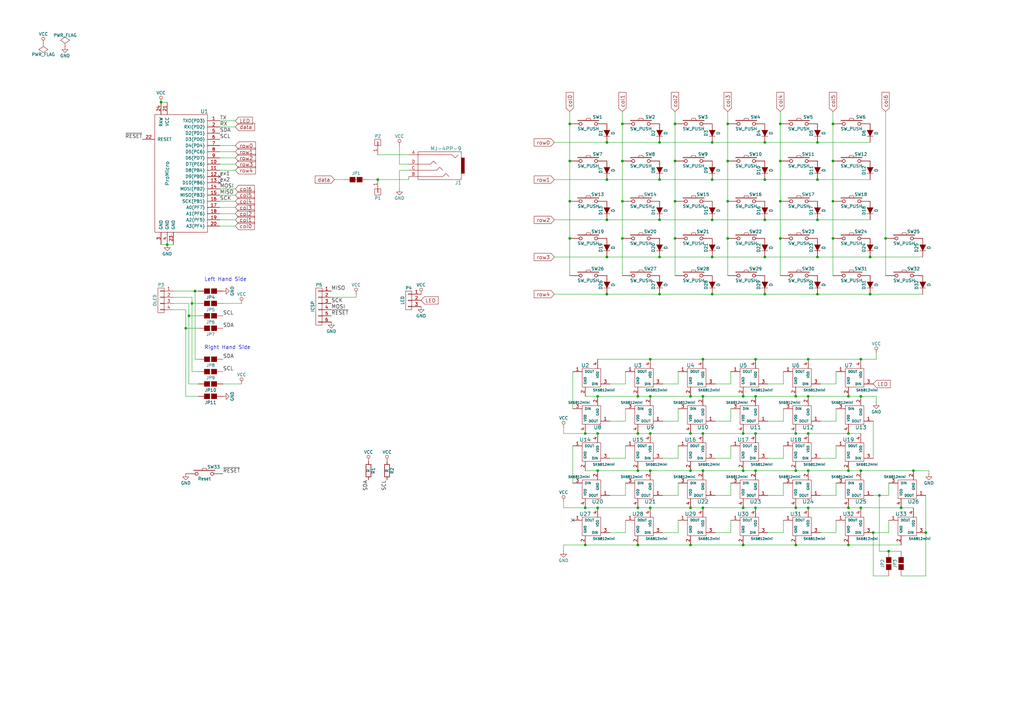
<source format=kicad_sch>
(kicad_sch (version 20230121) (generator eeschema)
  (paper "A3")
  (title_block (title "Helix beta") (date "2017-11-5") (rev "v0.2"))
  (junction (at 288.29 162.56))
  (junction (at 347.98 162.56))
  (junction (at 298.45 82.55))
  (junction (at 341.63 82.55))
  (junction (at 313.69 73.66))
  (junction (at 320.04 66.04))
  (junction (at 255.27 66.04))
  (junction (at 283.21 223.52))
  (junction (at 261.62 162.56))
  (junction (at 358.14 218.44))
  (junction (at 240.03 223.52))
  (junction (at 248.92 105.41))
  (junction (at 335.28 73.66))
  (junction (at 248.92 58.42))
  (junction (at 298.45 66.04))
  (junction (at 76.2 134.62))
  (junction (at 288.29 208.28))
  (junction (at 353.06 147.32))
  (junction (at 353.06 193.04))
  (junction (at 360.68 203.2))
  (junction (at 255.27 50.8))
  (junction (at 288.29 193.04))
  (junction (at 283.21 193.04))
  (junction (at 341.63 97.79))
  (junction (at 292.1 58.42))
  (junction (at 261.62 193.04))
  (junction (at 309.88 162.56))
  (junction (at 304.8 162.56))
  (junction (at 233.68 82.55))
  (junction (at 313.69 90.17))
  (junction (at 304.8 223.52))
  (junction (at 298.45 97.79))
  (junction (at 270.51 58.42))
  (junction (at 326.39 208.28))
  (junction (at 326.39 223.52))
  (junction (at 248.92 73.66))
  (junction (at 320.04 97.79))
  (junction (at 320.04 50.8))
  (junction (at 233.68 97.79))
  (junction (at 331.47 147.32))
  (junction (at 255.27 97.79))
  (junction (at 240.03 177.8))
  (junction (at 347.98 208.28))
  (junction (at 270.51 105.41))
  (junction (at 363.22 97.79))
  (junction (at 292.1 90.17))
  (junction (at 326.39 193.04))
  (junction (at 331.47 208.28))
  (junction (at 331.47 193.04))
  (junction (at 335.28 120.65))
  (junction (at 283.21 177.8))
  (junction (at 276.86 82.55))
  (junction (at 283.21 162.56))
  (junction (at 80.01 119.38))
  (junction (at 276.86 97.79))
  (junction (at 292.1 105.41))
  (junction (at 309.88 193.04))
  (junction (at 261.62 223.52))
  (junction (at 276.86 66.04))
  (junction (at 364.49 226.06))
  (junction (at 353.06 162.56))
  (junction (at 288.29 147.32))
  (junction (at 356.87 105.41))
  (junction (at 240.03 208.28))
  (junction (at 335.28 105.41))
  (junction (at 326.39 177.8))
  (junction (at 288.29 177.8))
  (junction (at 304.8 177.8))
  (junction (at 335.28 90.17))
  (junction (at 313.69 120.65))
  (junction (at 313.69 105.41))
  (junction (at 298.45 50.8))
  (junction (at 292.1 120.65))
  (junction (at 347.98 223.52))
  (junction (at 66.04 41.91))
  (junction (at 245.11 193.04))
  (junction (at 270.51 73.66))
  (junction (at 245.11 162.56))
  (junction (at 347.98 193.04))
  (junction (at 341.63 50.8))
  (junction (at 374.65 193.04))
  (junction (at 320.04 82.55))
  (junction (at 335.28 58.42))
  (junction (at 245.11 208.28))
  (junction (at 379.73 218.44))
  (junction (at 309.88 147.32))
  (junction (at 276.86 50.8))
  (junction (at 331.47 177.8))
  (junction (at 309.88 208.28))
  (junction (at 77.47 129.54))
  (junction (at 266.7 193.04))
  (junction (at 233.68 50.8))
  (junction (at 283.21 208.28))
  (junction (at 270.51 120.65))
  (junction (at 266.7 177.8))
  (junction (at 233.68 66.04))
  (junction (at 292.1 73.66))
  (junction (at 261.62 177.8))
  (junction (at 304.8 208.28))
  (junction (at 261.62 208.28))
  (junction (at 245.11 177.8))
  (junction (at 356.87 120.65))
  (junction (at 270.51 90.17))
  (junction (at 266.7 147.32))
  (junction (at 369.57 208.28))
  (junction (at 255.27 82.55))
  (junction (at 353.06 208.28))
  (junction (at 309.88 177.8))
  (junction (at 326.39 162.56))
  (junction (at 248.92 90.17))
  (junction (at 248.92 120.65))
  (junction (at 304.8 193.04))
  (junction (at 341.63 66.04))
  (junction (at 78.74 124.46))
  (junction (at 68.58 100.33))
  (junction (at 266.7 208.28))
  (junction (at 347.98 177.8))
  (junction (at 154.94 73.66))
  (junction (at 313.69 58.42))
  (junction (at 266.7 162.56))
  (junction (at 331.47 162.56))
  (no_connect (at 234.95 213.36))
  (no_connect (at 90.17 72.39))
  (no_connect (at 90.17 74.93))
  (wire (pts (xy 270.51 73.66) (xy 292.1 73.66)))
  (wire (pts (xy 256.54 182.88) (xy 256.54 187.96)))
  (wire (pts (xy 278.13 203.2) (xy 278.13 198.12)))
  (wire (pts (xy 90.17 85.09) (xy 96.52 85.09)))
  (wire (pts (xy 299.72 172.72) (xy 299.72 167.64)))
  (wire (pts (xy 231.14 208.28) (xy 240.03 208.28)))
  (wire (pts (xy 276.86 45.72) (xy 276.86 50.8)))
  (wire (pts (xy 163.83 67.31) (xy 167.64 67.31)))
  (wire (pts (xy 331.47 193.04) (xy 347.98 193.04)))
  (wire (pts (xy 245.11 193.04) (xy 261.62 193.04)))
  (wire (pts (xy 90.17 59.69) (xy 96.52 59.69)))
  (wire (pts (xy 299.72 152.4) (xy 299.72 157.48)))
  (wire (pts (xy 347.98 162.56) (xy 353.06 162.56)))
  (wire (pts (xy 321.31 152.4) (xy 321.31 157.48)))
  (wire (pts (xy 278.13 187.96) (xy 271.78 187.96)))
  (wire (pts (xy 342.9 203.2) (xy 342.9 198.12)))
  (wire (pts (xy 364.49 218.44) (xy 358.14 218.44)))
  (wire (pts (xy 314.96 172.72) (xy 321.31 172.72)))
  (wire (pts (xy 381 193.04) (xy 381 194.31)))
  (wire (pts (xy 326.39 162.56) (xy 331.47 162.56)))
  (wire (pts (xy 240.03 223.52) (xy 261.62 223.52)))
  (wire (pts (xy 335.28 120.65) (xy 356.87 120.65)))
  (wire (pts (xy 245.11 177.8) (xy 261.62 177.8)))
  (wire (pts (xy 326.39 177.8) (xy 331.47 177.8)))
  (wire (pts (xy 320.04 45.72) (xy 320.04 50.8)))
  (wire (pts (xy 341.63 45.72) (xy 341.63 50.8)))
  (wire (pts (xy 256.54 157.48) (xy 250.19 157.48)))
  (wire (pts (xy 288.29 208.28) (xy 304.8 208.28)))
  (wire (pts (xy 234.95 167.64) (xy 234.95 152.4)))
  (wire (pts (xy 369.57 208.28) (xy 374.65 208.28)))
  (wire (pts (xy 313.69 73.66) (xy 335.28 73.66)))
  (wire (pts (xy 240.03 162.56) (xy 245.11 162.56)))
  (wire (pts (xy 163.83 59.69) (xy 163.83 67.31)))
  (wire (pts (xy 255.27 97.79) (xy 255.27 113.03)))
  (wire (pts (xy 364.49 203.2) (xy 364.49 198.12)))
  (wire (pts (xy 231.14 177.8) (xy 240.03 177.8)))
  (wire (pts (xy 233.68 82.55) (xy 233.68 97.79)))
  (wire (pts (xy 360.68 226.06) (xy 364.49 226.06)))
  (wire (pts (xy 335.28 58.42) (xy 356.87 58.42)))
  (wire (pts (xy 304.8 193.04) (xy 309.88 193.04)))
  (wire (pts (xy 266.7 193.04) (xy 283.21 193.04)))
  (wire (pts (xy 364.49 213.36) (xy 364.49 218.44)))
  (wire (pts (xy 248.92 120.65) (xy 270.51 120.65)))
  (wire (pts (xy 363.22 97.79) (xy 363.22 113.03)))
  (wire (pts (xy 320.04 66.04) (xy 320.04 82.55)))
  (wire (pts (xy 278.13 213.36) (xy 278.13 218.44)))
  (wire (pts (xy 299.72 187.96) (xy 293.37 187.96)))
  (wire (pts (xy 360.68 203.2) (xy 364.49 203.2)))
  (wire (pts (xy 321.31 172.72) (xy 321.31 167.64)))
  (wire (pts (xy 271.78 172.72) (xy 278.13 172.72)))
  (wire (pts (xy 288.29 147.32) (xy 309.88 147.32)))
  (wire (pts (xy 240.03 193.04) (xy 245.11 193.04)))
  (wire (pts (xy 256.54 172.72) (xy 256.54 167.64)))
  (wire (pts (xy 299.72 218.44) (xy 293.37 218.44)))
  (wire (pts (xy 336.55 172.72) (xy 342.9 172.72)))
  (wire (pts (xy 81.28 124.46) (xy 78.74 124.46)))
  (wire (pts (xy 255.27 45.72) (xy 255.27 50.8)))
  (wire (pts (xy 81.28 134.62) (xy 76.2 134.62)))
  (wire (pts (xy 342.9 182.88) (xy 342.9 187.96)))
  (wire (pts (xy 320.04 50.8) (xy 320.04 66.04)))
  (wire (pts (xy 240.03 177.8) (xy 245.11 177.8)))
  (wire (pts (xy 292.1 58.42) (xy 313.69 58.42)))
  (wire (pts (xy 321.31 218.44) (xy 314.96 218.44)))
  (wire (pts (xy 353.06 147.32) (xy 359.41 147.32)))
  (wire (pts (xy 163.83 69.85) (xy 167.64 69.85)))
  (wire (pts (xy 140.97 73.66) (xy 137.16 73.66)))
  (wire (pts (xy 266.7 208.28) (xy 283.21 208.28)))
  (wire (pts (xy 78.74 121.92) (xy 78.74 124.46)))
  (wire (pts (xy 320.04 82.55) (xy 320.04 97.79)))
  (wire (pts (xy 283.21 177.8) (xy 288.29 177.8)))
  (wire (pts (xy 313.69 90.17) (xy 335.28 90.17)))
  (wire (pts (xy 326.39 193.04) (xy 331.47 193.04)))
  (wire (pts (xy 336.55 203.2) (xy 342.9 203.2)))
  (wire (pts (xy 256.54 213.36) (xy 256.54 218.44)))
  (wire (pts (xy 250.19 203.2) (xy 256.54 203.2)))
  (wire (pts (xy 91.44 157.48) (xy 99.06 157.48)))
  (wire (pts (xy 341.63 97.79) (xy 341.63 113.03)))
  (wire (pts (xy 233.68 45.72) (xy 233.68 50.8)))
  (wire (pts (xy 331.47 162.56) (xy 347.98 162.56)))
  (wire (pts (xy 342.9 213.36) (xy 342.9 218.44)))
  (wire (pts (xy 76.2 134.62) (xy 76.2 162.56)))
  (wire (pts (xy 283.21 208.28) (xy 288.29 208.28)))
  (wire (pts (xy 309.88 147.32) (xy 331.47 147.32)))
  (wire (pts (xy 91.44 124.46) (xy 99.06 124.46)))
  (wire (pts (xy 379.73 218.44) (xy 379.73 236.22)))
  (wire (pts (xy 77.47 157.48) (xy 81.28 157.48)))
  (wire (pts (xy 233.68 97.79) (xy 233.68 113.03)))
  (wire (pts (xy 234.95 182.88) (xy 234.95 198.12)))
  (wire (pts (xy 248.92 105.41) (xy 270.51 105.41)))
  (wire (pts (xy 283.21 223.52) (xy 304.8 223.52)))
  (wire (pts (xy 163.83 77.47) (xy 163.83 69.85)))
  (wire (pts (xy 342.9 157.48) (xy 336.55 157.48)))
  (wire (pts (xy 81.28 129.54) (xy 77.47 129.54)))
  (wire (pts (xy 299.72 213.36) (xy 299.72 218.44)))
  (wire (pts (xy 304.8 208.28) (xy 309.88 208.28)))
  (wire (pts (xy 293.37 203.2) (xy 299.72 203.2)))
  (wire (pts (xy 313.69 105.41) (xy 335.28 105.41)))
  (wire (pts (xy 80.01 147.32) (xy 80.01 119.38)))
  (wire (pts (xy 227.33 105.41) (xy 248.92 105.41)))
  (wire (pts (xy 231.14 208.28) (xy 231.14 205.74)))
  (wire (pts (xy 81.28 147.32) (xy 80.01 147.32)))
  (wire (pts (xy 353.06 208.28) (xy 369.57 208.28)))
  (wire (pts (xy 266.7 162.56) (xy 283.21 162.56)))
  (wire (pts (xy 90.17 87.63) (xy 96.52 87.63)))
  (wire (pts (xy 292.1 73.66) (xy 313.69 73.66)))
  (wire (pts (xy 270.51 120.65) (xy 292.1 120.65)))
  (wire (pts (xy 227.33 58.42) (xy 248.92 58.42)))
  (wire (pts (xy 256.54 187.96) (xy 250.19 187.96)))
  (wire (pts (xy 270.51 105.41) (xy 292.1 105.41)))
  (wire (pts (xy 71.12 119.38) (xy 80.01 119.38)))
  (wire (pts (xy 227.33 120.65) (xy 248.92 120.65)))
  (wire (pts (xy 271.78 203.2) (xy 278.13 203.2)))
  (wire (pts (xy 359.41 162.56) (xy 359.41 165.1)))
  (wire (pts (xy 90.17 69.85) (xy 96.52 69.85)))
  (wire (pts (xy 270.51 58.42) (xy 292.1 58.42)))
  (wire (pts (xy 233.68 66.04) (xy 233.68 82.55)))
  (wire (pts (xy 261.62 223.52) (xy 283.21 223.52)))
  (wire (pts (xy 347.98 223.52) (xy 369.57 223.52)))
  (wire (pts (xy 299.72 203.2) (xy 299.72 198.12)))
  (wire (pts (xy 71.12 124.46) (xy 77.47 124.46)))
  (wire (pts (xy 288.29 193.04) (xy 304.8 193.04)))
  (wire (pts (xy 278.13 152.4) (xy 278.13 157.48)))
  (wire (pts (xy 266.7 177.8) (xy 283.21 177.8)))
  (wire (pts (xy 358.14 172.72) (xy 358.14 187.96)))
  (wire (pts (xy 248.92 58.42) (xy 270.51 58.42)))
  (wire (pts (xy 309.88 177.8) (xy 326.39 177.8)))
  (wire (pts (xy 90.17 92.71) (xy 96.52 92.71)))
  (wire (pts (xy 255.27 50.8) (xy 255.27 66.04)))
  (wire (pts (xy 96.52 62.23) (xy 90.17 62.23)))
  (wire (pts (xy 360.68 203.2) (xy 360.68 226.06)))
  (wire (pts (xy 154.94 73.66) (xy 167.64 73.66)))
  (wire (pts (xy 364.49 236.22) (xy 358.14 236.22)))
  (wire (pts (xy 154.94 63.5) (xy 167.64 63.5)))
  (wire (pts (xy 304.8 223.52) (xy 326.39 223.52)))
  (wire (pts (xy 245.11 162.56) (xy 261.62 162.56)))
  (wire (pts (xy 66.04 100.33) (xy 68.58 100.33)))
  (wire (pts (xy 233.68 50.8) (xy 233.68 66.04)))
  (wire (pts (xy 240.03 208.28) (xy 245.11 208.28)))
  (wire (pts (xy 358.14 203.2) (xy 360.68 203.2)))
  (wire (pts (xy 359.41 147.32) (xy 359.41 144.78)))
  (wire (pts (xy 90.17 90.17) (xy 96.52 90.17)))
  (wire (pts (xy 304.8 162.56) (xy 309.88 162.56)))
  (wire (pts (xy 255.27 66.04) (xy 255.27 82.55)))
  (wire (pts (xy 321.31 187.96) (xy 314.96 187.96)))
  (wire (pts (xy 313.69 120.65) (xy 335.28 120.65)))
  (wire (pts (xy 379.73 203.2) (xy 379.73 218.44)))
  (wire (pts (xy 278.13 182.88) (xy 278.13 187.96)))
  (wire (pts (xy 335.28 90.17) (xy 356.87 90.17)))
  (wire (pts (xy 293.37 172.72) (xy 299.72 172.72)))
  (wire (pts (xy 335.28 105.41) (xy 356.87 105.41)))
  (wire (pts (xy 358.14 236.22) (xy 358.14 218.44)))
  (wire (pts (xy 256.54 218.44) (xy 250.19 218.44)))
  (wire (pts (xy 364.49 226.06) (xy 369.57 226.06)))
  (wire (pts (xy 231.14 177.8) (xy 231.14 175.26)))
  (wire (pts (xy 256.54 203.2) (xy 256.54 198.12)))
  (wire (pts (xy 68.58 100.33) (xy 71.12 100.33)))
  (wire (pts (xy 276.86 82.55) (xy 276.86 97.79)))
  (wire (pts (xy 231.14 223.52) (xy 231.14 226.06)))
  (wire (pts (xy 342.9 152.4) (xy 342.9 157.48)))
  (wire (pts (xy 245.11 208.28) (xy 261.62 208.28)))
  (wire (pts (xy 261.62 177.8) (xy 266.7 177.8)))
  (wire (pts (xy 309.88 208.28) (xy 326.39 208.28)))
  (wire (pts (xy 347.98 208.28) (xy 353.06 208.28)))
  (wire (pts (xy 321.31 157.48) (xy 314.96 157.48)))
  (wire (pts (xy 248.92 73.66) (xy 270.51 73.66)))
  (wire (pts (xy 374.65 193.04) (xy 381 193.04)))
  (wire (pts (xy 248.92 90.17) (xy 270.51 90.17)))
  (wire (pts (xy 135.89 121.92) (xy 146.05 121.92)))
  (wire (pts (xy 227.33 73.66) (xy 248.92 73.66)))
  (wire (pts (xy 347.98 193.04) (xy 353.06 193.04)))
  (wire (pts (xy 288.29 177.8) (xy 304.8 177.8)))
  (wire (pts (xy 331.47 208.28) (xy 347.98 208.28)))
  (wire (pts (xy 314.96 203.2) (xy 321.31 203.2)))
  (wire (pts (xy 80.01 119.38) (xy 81.28 119.38)))
  (wire (pts (xy 256.54 152.4) (xy 256.54 157.48)))
  (wire (pts (xy 77.47 124.46) (xy 77.47 129.54)))
  (wire (pts (xy 78.74 124.46) (xy 78.74 152.4)))
  (wire (pts (xy 276.86 50.8) (xy 276.86 66.04)))
  (wire (pts (xy 320.04 97.79) (xy 320.04 113.03)))
  (wire (pts (xy 313.69 58.42) (xy 335.28 58.42)))
  (wire (pts (xy 76.2 127) (xy 76.2 134.62)))
  (wire (pts (xy 278.13 157.48) (xy 271.78 157.48)))
  (wire (pts (xy 261.62 162.56) (xy 266.7 162.56)))
  (wire (pts (xy 335.28 73.66) (xy 356.87 73.66)))
  (wire (pts (xy 292.1 105.41) (xy 313.69 105.41)))
  (wire (pts (xy 363.22 45.72) (xy 363.22 97.79)))
  (wire (pts (xy 342.9 172.72) (xy 342.9 167.64)))
  (wire (pts (xy 90.17 52.07) (xy 96.52 52.07)))
  (wire (pts (xy 353.06 193.04) (xy 374.65 193.04)))
  (wire (pts (xy 304.8 177.8) (xy 309.88 177.8)))
  (wire (pts (xy 342.9 187.96) (xy 336.55 187.96)))
  (wire (pts (xy 90.17 49.53) (xy 96.52 49.53)))
  (wire (pts (xy 347.98 177.8) (xy 353.06 177.8)))
  (wire (pts (xy 292.1 120.65) (xy 313.69 120.65)))
  (wire (pts (xy 321.31 182.88) (xy 321.31 187.96)))
  (wire (pts (xy 326.39 208.28) (xy 331.47 208.28)))
  (wire (pts (xy 299.72 157.48) (xy 293.37 157.48)))
  (wire (pts (xy 146.05 121.92) (xy 146.05 120.65)))
  (wire (pts (xy 288.29 162.56) (xy 304.8 162.56)))
  (wire (pts (xy 250.19 172.72) (xy 256.54 172.72)))
  (wire (pts (xy 331.47 147.32) (xy 353.06 147.32)))
  (wire (pts (xy 309.88 162.56) (xy 326.39 162.56)))
  (wire (pts (xy 151.13 73.66) (xy 154.94 73.66)))
  (wire (pts (xy 227.33 90.17) (xy 248.92 90.17)))
  (wire (pts (xy 298.45 82.55) (xy 298.45 97.79)))
  (wire (pts (xy 90.17 80.01) (xy 96.52 80.01)))
  (wire (pts (xy 292.1 90.17) (xy 313.69 90.17)))
  (wire (pts (xy 78.74 152.4) (xy 81.28 152.4)))
  (wire (pts (xy 298.45 97.79) (xy 298.45 113.03)))
  (wire (pts (xy 77.47 129.54) (xy 77.47 157.48)))
  (wire (pts (xy 298.45 66.04) (xy 298.45 82.55)))
  (wire (pts (xy 76.2 162.56) (xy 81.28 162.56)))
  (wire (pts (xy 299.72 182.88) (xy 299.72 187.96)))
  (wire (pts (xy 278.13 172.72) (xy 278.13 167.64)))
  (wire (pts (xy 309.88 193.04) (xy 326.39 193.04)))
  (wire (pts (xy 356.87 105.41) (xy 378.46 105.41)))
  (wire (pts (xy 321.31 203.2) (xy 321.31 198.12)))
  (wire (pts (xy 71.12 127) (xy 76.2 127)))
  (wire (pts (xy 341.63 82.55) (xy 341.63 97.79)))
  (wire (pts (xy 341.63 50.8) (xy 341.63 66.04)))
  (wire (pts (xy 261.62 208.28) (xy 266.7 208.28)))
  (wire (pts (xy 342.9 218.44) (xy 336.55 218.44)))
  (wire (pts (xy 353.06 162.56) (xy 359.41 162.56)))
  (wire (pts (xy 321.31 213.36) (xy 321.31 218.44)))
  (wire (pts (xy 90.17 67.31) (xy 96.52 67.31)))
  (wire (pts (xy 90.17 77.47) (xy 96.52 77.47)))
  (wire (pts (xy 90.17 82.55) (xy 96.52 82.55)))
  (wire (pts (xy 379.73 236.22) (xy 369.57 236.22)))
  (wire (pts (xy 326.39 223.52) (xy 347.98 223.52)))
  (wire (pts (xy 331.47 177.8) (xy 347.98 177.8)))
  (wire (pts (xy 278.13 218.44) (xy 271.78 218.44)))
  (wire (pts (xy 68.58 41.91) (xy 66.04 41.91)))
  (wire (pts (xy 78.74 121.92) (xy 71.12 121.92)))
  (wire (pts (xy 283.21 162.56) (xy 288.29 162.56)))
  (wire (pts (xy 298.45 45.72) (xy 298.45 50.8)))
  (wire (pts (xy 266.7 147.32) (xy 288.29 147.32)))
  (wire (pts (xy 276.86 66.04) (xy 276.86 82.55)))
  (wire (pts (xy 270.51 90.17) (xy 292.1 90.17)))
  (wire (pts (xy 231.14 223.52) (xy 240.03 223.52)))
  (wire (pts (xy 341.63 66.04) (xy 341.63 82.55)))
  (wire (pts (xy 356.87 120.65) (xy 378.46 120.65)))
  (wire (pts (xy 255.27 82.55) (xy 255.27 97.79)))
  (wire (pts (xy 276.86 97.79) (xy 276.86 113.03)))
  (wire (pts (xy 90.17 64.77) (xy 96.52 64.77)))
  (wire (pts (xy 245.11 147.32) (xy 266.7 147.32)))
  (wire (pts (xy 261.62 193.04) (xy 266.7 193.04)))
  (wire (pts (xy 298.45 50.8) (xy 298.45 66.04)))
  (wire (pts (xy 283.21 193.04) (xy 288.29 193.04)))
  (wire (pts (xy 167.64 73.66) (xy 167.64 72.39)))
  (text "Right Hand Side" (at 83.82 143.51 0) (effects (font (size 1.524 1.524)) (justify left bottom)))
  (text "Left Hand Side" (at 83.82 115.57 0) (effects (font (size 1.524 1.524)) (justify left bottom)))
  (label "SDA" (at 90.17 54.61 0) (effects (font (size 1.524 1.524))))
  (label "TX" (at 90.17 49.53 0) (effects (font (size 1.524 1.524))))
  (label "SCL" (at 91.44 152.4 0) (effects (font (size 1.524 1.524))))
  (label "SDA" (at 91.44 147.32 0) (effects (font (size 1.524 1.524))))
  (label "MISO" (at 135.89 119.38 0) (effects (font (size 1.524 1.524))))
  (label "SDA" (at 91.44 134.62 0) (effects (font (size 1.524 1.524))))
  (label "~{RESET}" (at 58.42 57.15 180) (effects (font (size 1.524 1.524))))
  (label "MOSI" (at 90.17 77.47 0) (effects (font (size 1.524 1.524))))
  (label "SCL" (at 90.17 57.15 0) (effects (font (size 1.524 1.524))))
  (label "SCL" (at 91.44 129.54 0) (effects (font (size 1.524 1.524))))
  (label "~{RESET}" (at 135.89 129.54 0) (effects (font (size 1.524 1.524))))
  (label "~{RESET}" (at 91.44 194.31 0) (effects (font (size 1.524 1.524))))
  (label "ex2" (at 90.17 74.93 0) (effects (font (size 1.524 1.524))))
  (label "SCK" (at 90.17 82.55 0) (effects (font (size 1.524 1.524))))
  (label "SCL" (at 158.75 196.85 270) (effects (font (size 1.524 1.524))))
  (label "MOSI" (at 135.89 127 0) (effects (font (size 1.524 1.524))))
  (label "MISO" (at 90.17 80.01 0) (effects (font (size 1.524 1.524))))
  (label "SDA" (at 151.13 196.85 270) (effects (font (size 1.524 1.524))))
  (label "ex1" (at 90.17 72.39 0) (effects (font (size 1.524 1.524))))
  (label "SCK" (at 135.89 124.46 0) (effects (font (size 1.524 1.524))))
  (label "RX" (at 90.17 52.07 0) (effects (font (size 1.524 1.524))))
  (global_label "col1" (shape input) (at 255.27 45.72 90) (effects (font (size 1.524 1.524))) (property "Intersheetrefs" "${INTERSHEET_REFS}" (effects hide)))
  (global_label "col5" (shape input) (at 341.63 45.72 90) (effects (font (size 1.524 1.524))) (property "Intersheetrefs" "${INTERSHEET_REFS}" (effects hide)))
  (global_label "data" (shape input) (at 96.52 52.07 0) (effects (font (size 1.524 1.524))) (property "Intersheetrefs" "${INTERSHEET_REFS}" (effects hide)))
  (global_label "row4" (shape input) (at 227.33 120.65 180) (effects (font (size 1.524 1.524))) (property "Intersheetrefs" "${INTERSHEET_REFS}" (effects hide)))
  (global_label "row0" (shape input) (at 227.33 58.42 180) (effects (font (size 1.524 1.524))) (property "Intersheetrefs" "${INTERSHEET_REFS}" (effects hide)))
  (global_label "col6" (shape input) (at 96.52 77.47 0) (effects (font (size 1.524 1.524))) (property "Intersheetrefs" "${INTERSHEET_REFS}" (effects hide)))
  (global_label "data" (shape input) (at 137.16 73.66 180) (effects (font (size 1.524 1.524))) (property "Intersheetrefs" "${INTERSHEET_REFS}" (effects hide)))
  (global_label "col2" (shape input) (at 276.86 45.72 90) (effects (font (size 1.524 1.524))) (property "Intersheetrefs" "${INTERSHEET_REFS}" (effects hide)))
  (global_label "col4" (shape input) (at 96.52 82.55 0) (effects (font (size 1.524 1.524))) (property "Intersheetrefs" "${INTERSHEET_REFS}" (effects hide)))
  (global_label "row2" (shape input) (at 227.33 90.17 180) (effects (font (size 1.524 1.524))) (property "Intersheetrefs" "${INTERSHEET_REFS}" (effects hide)))
  (global_label "col4" (shape input) (at 320.04 45.72 90) (effects (font (size 1.524 1.524))) (property "Intersheetrefs" "${INTERSHEET_REFS}" (effects hide)))
  (global_label "row3" (shape input) (at 227.33 105.41 180) (effects (font (size 1.524 1.524))) (property "Intersheetrefs" "${INTERSHEET_REFS}" (effects hide)))
  (global_label "col1" (shape input) (at 96.52 90.17 0) (effects (font (size 1.524 1.524))) (property "Intersheetrefs" "${INTERSHEET_REFS}" (effects hide)))
  (global_label "row0" (shape input) (at 96.52 59.69 0) (effects (font (size 1.524 1.524))) (property "Intersheetrefs" "${INTERSHEET_REFS}" (effects hide)))
  (global_label "col5" (shape input) (at 96.52 80.01 0) (effects (font (size 1.524 1.524))) (property "Intersheetrefs" "${INTERSHEET_REFS}" (effects hide)))
  (global_label "col2" (shape input) (at 96.52 87.63 0) (effects (font (size 1.524 1.524))) (property "Intersheetrefs" "${INTERSHEET_REFS}" (effects hide)))
  (global_label "row2" (shape input) (at 96.52 64.77 0) (effects (font (size 1.524 1.524))) (property "Intersheetrefs" "${INTERSHEET_REFS}" (effects hide)))
  (global_label "row1" (shape input) (at 227.33 73.66 180) (effects (font (size 1.524 1.524))) (property "Intersheetrefs" "${INTERSHEET_REFS}" (effects hide)))
  (global_label "row4" (shape input) (at 96.52 69.85 0) (effects (font (size 1.524 1.524))) (property "Intersheetrefs" "${INTERSHEET_REFS}" (effects hide)))
  (global_label "LED" (shape input) (at 358.14 157.48 0) (effects (font (size 1.524 1.524))) (property "Intersheetrefs" "${INTERSHEET_REFS}" (effects hide)))
  (global_label "LED" (shape input) (at 172.72 123.19 0) (effects (font (size 1.524 1.524))) (property "Intersheetrefs" "${INTERSHEET_REFS}" (effects hide)))
  (global_label "col3" (shape input) (at 96.52 85.09 0) (effects (font (size 1.524 1.524))) (property "Intersheetrefs" "${INTERSHEET_REFS}" (effects hide)))
  (global_label "row3" (shape input) (at 96.52 67.31 0) (effects (font (size 1.524 1.524))) (property "Intersheetrefs" "${INTERSHEET_REFS}" (effects hide)))
  (global_label "col3" (shape input) (at 298.45 45.72 90) (effects (font (size 1.524 1.524))) (property "Intersheetrefs" "${INTERSHEET_REFS}" (effects hide)))
  (global_label "LED" (shape input) (at 96.52 49.53 0) (effects (font (size 1.524 1.524))) (property "Intersheetrefs" "${INTERSHEET_REFS}" (effects hide)))
  (global_label "col0" (shape input) (at 96.52 92.71 0) (effects (font (size 1.524 1.524))) (property "Intersheetrefs" "${INTERSHEET_REFS}" (effects hide)))
  (global_label "col0" (shape input) (at 233.68 45.72 90) (effects (font (size 1.524 1.524))) (property "Intersheetrefs" "${INTERSHEET_REFS}" (effects hide)))
  (global_label "row1" (shape input) (at 96.52 62.23 0) (effects (font (size 1.524 1.524))) (property "Intersheetrefs" "${INTERSHEET_REFS}" (effects hide)))
  (global_label "col6" (shape input) (at 363.22 45.72 90) (effects (font (size 1.524 1.524))) (property "Intersheetrefs" "${INTERSHEET_REFS}" (effects hide)))
  (symbol (lib_id "helix-rescue:ProMicro") (at 73.66 71.12 0) (unit 1)
    (property "Reference" "U1" (at 83.82 45.72 0) (effects (font (size 1.524 1.524))))
    (property "Value" "ProMicro" (at 68.58 71.12 90) (effects (font (size 1.524 1.524))))
    (property "Footprint" "MYLIB:ProMicro_rev" (effects hide))
  )
  (symbol (lib_id "helix-rescue:SW_PUSH") (at 241.3 50.8 0) (unit 1)
    (property "Reference" "SW1" (at 245.11 48.006 0))
    (property "Value" "SW_PUSH" (at 241.3 52.832 0))
    (property "Footprint" "MYLIB_REV:MX_ALPS_PG1350_noLed" (effects hide))
  )
  (symbol (lib_id "helix-rescue:D") (at 248.92 54.61 90) (unit 1)
    (property "Reference" "D1" (at 246.38 54.61 0))
    (property "Value" "D" (at 251.46 54.61 0))
    (property "Footprint" "MYLIB:D3_TH_SMD" (effects hide))
  )
  (symbol (lib_id "helix-rescue:SW_PUSH") (at 262.89 50.8 0) (unit 1)
    (property "Reference" "SW2" (at 266.7 48.006 0))
    (property "Value" "SW_PUSH" (at 262.89 52.832 0))
    (property "Footprint" "MYLIB_REV:MX_ALPS_PG1350_noLed" (effects hide))
  )
  (symbol (lib_id "helix-rescue:D") (at 270.51 54.61 90) (unit 1)
    (property "Reference" "D2" (at 267.97 54.61 0))
    (property "Value" "D" (at 273.05 54.61 0))
    (property "Footprint" "MYLIB:D3_TH_SMD" (effects hide))
  )
  (symbol (lib_id "helix-rescue:SW_PUSH") (at 284.48 50.8 0) (unit 1)
    (property "Reference" "SW3" (at 288.29 48.006 0))
    (property "Value" "SW_PUSH" (at 284.48 52.832 0))
    (property "Footprint" "MYLIB_REV:MX_ALPS_PG1350_noLed" (effects hide))
  )
  (symbol (lib_id "helix-rescue:D") (at 292.1 54.61 90) (unit 1)
    (property "Reference" "D3" (at 289.56 54.61 0))
    (property "Value" "D" (at 294.64 54.61 0))
    (property "Footprint" "MYLIB:D3_TH_SMD" (effects hide))
  )
  (symbol (lib_id "helix-rescue:SW_PUSH") (at 306.07 50.8 0) (unit 1)
    (property "Reference" "SW4" (at 309.88 48.006 0))
    (property "Value" "SW_PUSH" (at 306.07 52.832 0))
    (property "Footprint" "MYLIB_REV:MX_ALPS_PG1350_noLed" (effects hide))
  )
  (symbol (lib_id "helix-rescue:D") (at 313.69 54.61 90) (unit 1)
    (property "Reference" "D4" (at 311.15 54.61 0))
    (property "Value" "D" (at 316.23 54.61 0))
    (property "Footprint" "MYLIB:D3_TH_SMD" (effects hide))
  )
  (symbol (lib_id "helix-rescue:SW_PUSH") (at 327.66 50.8 0) (unit 1)
    (property "Reference" "SW5" (at 331.47 48.006 0))
    (property "Value" "SW_PUSH" (at 327.66 52.832 0))
    (property "Footprint" "MYLIB_REV:MX_ALPS_PG1350_noLed" (effects hide))
  )
  (symbol (lib_id "helix-rescue:D") (at 335.28 54.61 90) (unit 1)
    (property "Reference" "D5" (at 332.74 54.61 0))
    (property "Value" "D" (at 337.82 54.61 0))
    (property "Footprint" "MYLIB:D3_TH_SMD" (effects hide))
  )
  (symbol (lib_id "helix-rescue:SW_PUSH") (at 349.25 50.8 0) (unit 1)
    (property "Reference" "SW6" (at 353.06 48.006 0))
    (property "Value" "SW_PUSH" (at 349.25 52.832 0))
    (property "Footprint" "MYLIB_REV:MX_ALPS_PG1350_noLed" (effects hide))
  )
  (symbol (lib_id "helix-rescue:D") (at 356.87 54.61 90) (unit 1)
    (property "Reference" "D6" (at 354.33 54.61 0))
    (property "Value" "D" (at 359.41 54.61 0))
    (property "Footprint" "MYLIB:D3_TH_SMD" (effects hide))
  )
  (symbol (lib_id "helix-rescue:SW_PUSH") (at 241.3 66.04 0) (unit 1)
    (property "Reference" "SW7" (at 245.11 63.246 0))
    (property "Value" "SW_PUSH" (at 241.3 68.072 0))
    (property "Footprint" "MYLIB_REV:MX_ALPS_PG1350_noLed" (effects hide))
  )
  (symbol (lib_id "helix-rescue:D") (at 248.92 69.85 90) (unit 1)
    (property "Reference" "D7" (at 246.38 69.85 0))
    (property "Value" "D" (at 251.46 69.85 0))
    (property "Footprint" "MYLIB:D3_TH_SMD" (effects hide))
  )
  (symbol (lib_id "helix-rescue:SW_PUSH") (at 262.89 66.04 0) (unit 1)
    (property "Reference" "SW8" (at 266.7 63.246 0))
    (property "Value" "SW_PUSH" (at 262.89 68.072 0))
    (property "Footprint" "MYLIB_REV:MX_ALPS_PG1350_noLed" (effects hide))
  )
  (symbol (lib_id "helix-rescue:D") (at 270.51 69.85 90) (unit 1)
    (property "Reference" "D8" (at 267.97 69.85 0))
    (property "Value" "D" (at 273.05 69.85 0))
    (property "Footprint" "MYLIB:D3_TH_SMD" (effects hide))
  )
  (symbol (lib_id "helix-rescue:SW_PUSH") (at 284.48 66.04 0) (unit 1)
    (property "Reference" "SW9" (at 288.29 63.246 0))
    (property "Value" "SW_PUSH" (at 284.48 68.072 0))
    (property "Footprint" "MYLIB_REV:MX_ALPS_PG1350_noLed" (effects hide))
  )
  (symbol (lib_id "helix-rescue:D") (at 292.1 69.85 90) (unit 1)
    (property "Reference" "D9" (at 289.56 69.85 0))
    (property "Value" "D" (at 294.64 69.85 0))
    (property "Footprint" "MYLIB:D3_TH_SMD" (effects hide))
  )
  (symbol (lib_id "helix-rescue:SW_PUSH") (at 306.07 66.04 0) (unit 1)
    (property "Reference" "SW10" (at 309.88 63.246 0))
    (property "Value" "SW_PUSH" (at 306.07 68.072 0))
    (property "Footprint" "MYLIB_REV:MX_ALPS_PG1350_noLed" (effects hide))
  )
  (symbol (lib_id "helix-rescue:D") (at 313.69 69.85 90) (unit 1)
    (property "Reference" "D10" (at 311.15 69.85 0))
    (property "Value" "D" (at 316.23 69.85 0))
    (property "Footprint" "MYLIB:D3_TH_SMD" (effects hide))
  )
  (symbol (lib_id "helix-rescue:SW_PUSH") (at 327.66 66.04 0) (unit 1)
    (property "Reference" "SW11" (at 331.47 63.246 0))
    (property "Value" "SW_PUSH" (at 327.66 68.072 0))
    (property "Footprint" "MYLIB_REV:MX_ALPS_PG1350_noLed" (effects hide))
  )
  (symbol (lib_id "helix-rescue:D") (at 335.28 69.85 90) (unit 1)
    (property "Reference" "D11" (at 332.74 69.85 0))
    (property "Value" "D" (at 337.82 69.85 0))
    (property "Footprint" "MYLIB:D3_TH_SMD" (effects hide))
  )
  (symbol (lib_id "helix-rescue:SW_PUSH") (at 349.25 66.04 0) (unit 1)
    (property "Reference" "SW12" (at 353.06 63.246 0))
    (property "Value" "SW_PUSH" (at 349.25 68.072 0))
    (property "Footprint" "MYLIB_REV:MX_ALPS_PG1350_noLed" (effects hide))
  )
  (symbol (lib_id "helix-rescue:D") (at 356.87 69.85 90) (unit 1)
    (property "Reference" "D12" (at 354.33 69.85 0))
    (property "Value" "D" (at 359.41 69.85 0))
    (property "Footprint" "MYLIB:D3_TH_SMD" (effects hide))
  )
  (symbol (lib_id "helix-rescue:SW_PUSH") (at 241.3 82.55 0) (unit 1)
    (property "Reference" "SW13" (at 245.11 79.756 0))
    (property "Value" "SW_PUSH" (at 241.3 84.582 0))
    (property "Footprint" "MYLIB_REV:MX_ALPS_PG1350_noLed" (effects hide))
  )
  (symbol (lib_id "helix-rescue:D") (at 248.92 86.36 90) (unit 1)
    (property "Reference" "D13" (at 246.38 86.36 0))
    (property "Value" "D" (at 251.46 86.36 0))
    (property "Footprint" "MYLIB:D3_TH_SMD" (effects hide))
  )
  (symbol (lib_id "helix-rescue:SW_PUSH") (at 262.89 82.55 0) (unit 1)
    (property "Reference" "SW14" (at 266.7 79.756 0))
    (property "Value" "SW_PUSH" (at 262.89 84.582 0))
    (property "Footprint" "MYLIB_REV:MX_ALPS_PG1350_noLed" (effects hide))
  )
  (symbol (lib_id "helix-rescue:D") (at 270.51 86.36 90) (unit 1)
    (property "Reference" "D14" (at 267.97 86.36 0))
    (property "Value" "D" (at 273.05 86.36 0))
    (property "Footprint" "MYLIB:D3_TH_SMD" (effects hide))
  )
  (symbol (lib_id "helix-rescue:SW_PUSH") (at 284.48 82.55 0) (unit 1)
    (property "Reference" "SW15" (at 288.29 79.756 0))
    (property "Value" "SW_PUSH" (at 284.48 84.582 0))
    (property "Footprint" "MYLIB_REV:MX_ALPS_PG1350_noLed" (effects hide))
  )
  (symbol (lib_id "helix-rescue:D") (at 292.1 86.36 90) (unit 1)
    (property "Reference" "D15" (at 289.56 86.36 0))
    (property "Value" "D" (at 294.64 86.36 0))
    (property "Footprint" "MYLIB:D3_TH_SMD" (effects hide))
  )
  (symbol (lib_id "helix-rescue:SW_PUSH") (at 306.07 82.55 0) (unit 1)
    (property "Reference" "SW16" (at 309.88 79.756 0))
    (property "Value" "SW_PUSH" (at 306.07 84.582 0))
    (property "Footprint" "MYLIB_REV:MX_ALPS_PG1350_noLed" (effects hide))
  )
  (symbol (lib_id "helix-rescue:D") (at 313.69 86.36 90) (unit 1)
    (property "Reference" "D16" (at 311.15 86.36 0))
    (property "Value" "D" (at 316.23 86.36 0))
    (property "Footprint" "MYLIB:D3_TH_SMD" (effects hide))
  )
  (symbol (lib_id "helix-rescue:SW_PUSH") (at 327.66 82.55 0) (unit 1)
    (property "Reference" "SW17" (at 331.47 79.756 0))
    (property "Value" "SW_PUSH" (at 327.66 84.582 0))
    (property "Footprint" "MYLIB_REV:MX_ALPS_PG1350_noLed" (effects hide))
  )
  (symbol (lib_id "helix-rescue:D") (at 335.28 86.36 90) (unit 1)
    (property "Reference" "D17" (at 332.74 86.36 0))
    (property "Value" "D" (at 337.82 86.36 0))
    (property "Footprint" "MYLIB:D3_TH_SMD" (effects hide))
  )
  (symbol (lib_id "helix-rescue:SW_PUSH") (at 349.25 82.55 0) (unit 1)
    (property "Reference" "SW18" (at 353.06 79.756 0))
    (property "Value" "SW_PUSH" (at 349.25 84.582 0))
    (property "Footprint" "MYLIB_REV:MX_ALPS_PG1350_noLed" (effects hide))
  )
  (symbol (lib_id "helix-rescue:D") (at 356.87 86.36 90) (unit 1)
    (property "Reference" "D18" (at 354.33 86.36 0))
    (property "Value" "D" (at 359.41 86.36 0))
    (property "Footprint" "MYLIB:D3_TH_SMD" (effects hide))
  )
  (symbol (lib_id "helix-rescue:SW_PUSH") (at 241.3 97.79 0) (unit 1)
    (property "Reference" "SW19" (at 245.11 94.996 0))
    (property "Value" "SW_PUSH" (at 241.3 99.822 0))
    (property "Footprint" "MYLIB_REV:MX_ALPS_PG1350_noLed" (effects hide))
  )
  (symbol (lib_id "helix-rescue:D") (at 248.92 101.6 90) (unit 1)
    (property "Reference" "D19" (at 246.38 101.6 0))
    (property "Value" "D" (at 251.46 101.6 0))
    (property "Footprint" "MYLIB:D3_TH_SMD" (effects hide))
  )
  (symbol (lib_id "helix-rescue:SW_PUSH") (at 262.89 97.79 0) (unit 1)
    (property "Reference" "SW20" (at 266.7 94.996 0))
    (property "Value" "SW_PUSH" (at 262.89 99.822 0))
    (property "Footprint" "MYLIB_REV:MX_ALPS_PG1350_noLed" (effects hide))
  )
  (symbol (lib_id "helix-rescue:D") (at 270.51 101.6 90) (unit 1)
    (property "Reference" "D20" (at 267.97 101.6 0))
    (property "Value" "D" (at 273.05 101.6 0))
    (property "Footprint" "MYLIB:D3_TH_SMD" (effects hide))
  )
  (symbol (lib_id "helix-rescue:SW_PUSH") (at 284.48 97.79 0) (unit 1)
    (property "Reference" "SW21" (at 288.29 94.996 0))
    (property "Value" "SW_PUSH" (at 284.48 99.822 0))
    (property "Footprint" "MYLIB_REV:MX_ALPS_PG1350_noLed" (effects hide))
  )
  (symbol (lib_id "helix-rescue:D") (at 292.1 101.6 90) (unit 1)
    (property "Reference" "D21" (at 289.56 101.6 0))
    (property "Value" "D" (at 294.64 101.6 0))
    (property "Footprint" "MYLIB:D3_TH_SMD" (effects hide))
  )
  (symbol (lib_id "helix-rescue:SW_PUSH") (at 306.07 97.79 0) (unit 1)
    (property "Reference" "SW22" (at 309.88 94.996 0))
    (property "Value" "SW_PUSH" (at 306.07 99.822 0))
    (property "Footprint" "MYLIB_REV:MX_ALPS_PG1350_noLed" (effects hide))
  )
  (symbol (lib_id "helix-rescue:D") (at 313.69 101.6 90) (unit 1)
    (property "Reference" "D22" (at 311.15 101.6 0))
    (property "Value" "D" (at 316.23 101.6 0))
    (property "Footprint" "MYLIB:D3_TH_SMD" (effects hide))
  )
  (symbol (lib_id "helix-rescue:SW_PUSH") (at 327.66 97.79 0) (unit 1)
    (property "Reference" "SW23" (at 331.47 94.996 0))
    (property "Value" "SW_PUSH" (at 327.66 99.822 0))
    (property "Footprint" "MYLIB_REV:MX_ALPS_PG1350_noLed" (effects hide))
  )
  (symbol (lib_id "helix-rescue:D") (at 335.28 101.6 90) (unit 1)
    (property "Reference" "D23" (at 332.74 101.6 0))
    (property "Value" "D" (at 337.82 101.6 0))
    (property "Footprint" "MYLIB:D3_TH_SMD" (effects hide))
  )
  (symbol (lib_id "helix-rescue:SW_PUSH") (at 349.25 97.79 0) (unit 1)
    (property "Reference" "SW24" (at 353.06 94.996 0))
    (property "Value" "SW_PUSH" (at 349.25 99.822 0))
    (property "Footprint" "MYLIB_REV:MX_ALPS_PG1350_noLed" (effects hide))
  )
  (symbol (lib_id "helix-rescue:D") (at 356.87 101.6 90) (unit 1)
    (property "Reference" "D24" (at 354.33 101.6 0))
    (property "Value" "D" (at 359.41 101.6 0))
    (property "Footprint" "MYLIB:D3_TH_SMD" (effects hide))
  )
  (symbol (lib_id "helix-rescue:R") (at 158.75 193.04 0) (unit 1)
    (property "Reference" "R2" (at 160.782 193.04 90))
    (property "Value" "R" (at 158.75 193.04 90))
    (property "Footprint" "MYLIB:R2" (effects hide))
  )
  (symbol (lib_id "helix-rescue:SW_PUSH") (at 83.82 194.31 0) (unit 1)
    (property "Reference" "SW33" (at 87.63 191.516 0))
    (property "Value" "Reset" (at 83.82 196.342 0))
    (property "Footprint" "MYLIB:SW_3.5x6.0_TH" (effects hide))
  )
  (symbol (lib_id "helix-rescue:CONN_01X06") (at 130.81 125.73 0) (mirror y) (unit 1)
    (property "Reference" "P5" (at 130.81 116.84 0))
    (property "Value" "ICSP" (at 128.27 125.73 90))
    (property "Footprint" "MYLIB:MY_SIL-2x3" (effects hide))
  )
  (symbol (lib_id "helix-rescue:GND") (at 76.2 194.31 0) (unit 1)
    (property "Reference" "#PWR01" (effects hide))
    (property "Value" "GND" (at 76.2 198.12 0))
  )
  (symbol (lib_id "helix-rescue:VCC") (at 66.04 41.91 0) (unit 1)
    (property "Reference" "#PWR02" (effects hide))
    (property "Value" "VCC" (at 66.04 38.1 0))
  )
  (symbol (lib_id "helix-rescue:GND") (at 68.58 100.33 0) (unit 1)
    (property "Reference" "#PWR03" (effects hide))
    (property "Value" "GND" (at 68.58 104.14 0))
  )
  (symbol (lib_id "helix-rescue:VCC") (at 158.75 189.23 0) (unit 1)
    (property "Reference" "#PWR04" (effects hide))
    (property "Value" "VCC" (at 158.75 185.42 0))
  )
  (symbol (lib_id "helix-rescue:R") (at 151.13 193.04 0) (unit 1)
    (property "Reference" "R1" (at 153.162 193.04 90))
    (property "Value" "R" (at 151.13 193.04 90))
    (property "Footprint" "MYLIB:R2" (effects hide))
  )
  (symbol (lib_id "helix-rescue:VCC") (at 151.13 189.23 0) (unit 1)
    (property "Reference" "#PWR05" (effects hide))
    (property "Value" "VCC" (at 151.13 185.42 0))
  )
  (symbol (lib_id "helix-rescue:GND") (at 135.89 132.08 0) (unit 1)
    (property "Reference" "#PWR06" (effects hide))
    (property "Value" "GND" (at 135.89 135.89 0))
  )
  (symbol (lib_id "helix-rescue:VCC") (at 146.05 120.65 0) (unit 1)
    (property "Reference" "#PWR07" (effects hide))
    (property "Value" "VCC" (at 146.05 116.84 0))
  )
  (symbol (lib_id "helix-rescue:CONN_01X04") (at 66.04 123.19 0) (mirror y) (unit 1)
    (property "Reference" "P3" (at 66.04 116.84 0))
    (property "Value" "OLED" (at 63.5 123.19 90))
    (property "Footprint" "MYLIB:MY_SIL-4" (effects hide))
  )
  (symbol (lib_id "helix-rescue:GND") (at 91.44 119.38 90) (unit 1)
    (property "Reference" "#PWR08" (effects hide))
    (property "Value" "GND" (at 95.25 119.38 0))
  )
  (symbol (lib_id "helix-rescue:VCC") (at 99.06 124.46 0) (unit 1)
    (property "Reference" "#PWR09" (effects hide))
    (property "Value" "VCC" (at 99.06 120.65 0))
  )
  (symbol (lib_id "helix-rescue:VCC") (at 17.78 17.78 0) (unit 1)
    (property "Reference" "#PWR010" (effects hide))
    (property "Value" "VCC" (at 17.78 13.97 0))
  )
  (symbol (lib_id "helix-rescue:GND") (at 26.67 19.05 0) (unit 1)
    (property "Reference" "#PWR011" (effects hide))
    (property "Value" "GND" (at 26.67 22.86 0))
  )
  (symbol (lib_id "helix-rescue:PWR_FLAG") (at 17.78 17.78 180) (unit 1)
    (property "Reference" "#FLG012" (effects hide))
    (property "Value" "PWR_FLAG" (at 17.78 22.352 0))
  )
  (symbol (lib_id "helix-rescue:PWR_FLAG") (at 26.67 19.05 0) (unit 1)
    (property "Reference" "#FLG013" (effects hide))
    (property "Value" "PWR_FLAG" (at 26.67 14.478 0))
  )
  (symbol (lib_id "helix-rescue:CONN_01X03") (at 167.64 123.19 0) (mirror y) (unit 1)
    (property "Reference" "P4" (at 167.64 118.11 0))
    (property "Value" "LED" (at 165.1 123.19 90))
    (property "Footprint" "MYLIB_REV:StripLED_rev" (effects hide))
  )
  (symbol (lib_id "helix-rescue:VCC") (at 172.72 120.65 0) (unit 1)
    (property "Reference" "#PWR014" (effects hide))
    (property "Value" "VCC" (at 172.72 116.84 0))
  )
  (symbol (lib_id "helix-rescue:GND") (at 172.72 125.73 0) (unit 1)
    (property "Reference" "#PWR015" (effects hide))
    (property "Value" "GND" (at 172.72 129.54 0))
  )
  (symbol (lib_id "helix-rescue:VCC") (at 163.83 59.69 0) (unit 1)
    (property "Reference" "#PWR016" (effects hide))
    (property "Value" "VCC" (at 163.83 55.88 0))
  )
  (symbol (lib_id "helix-rescue:GND") (at 163.83 77.47 0) (unit 1)
    (property "Reference" "#PWR017" (effects hide))
    (property "Value" "GND" (at 163.83 81.28 0))
  )
  (symbol (lib_id "helix-rescue:SW_PUSH") (at 241.3 113.03 0) (unit 1)
    (property "Reference" "SW26" (at 245.11 110.236 0))
    (property "Value" "SW_PUSH" (at 241.3 115.062 0))
    (property "Footprint" "MYLIB_REV:MX_ALPS_PG1350_noLed" (effects hide))
  )
  (symbol (lib_id "helix-rescue:D") (at 248.92 116.84 90) (unit 1)
    (property "Reference" "D26" (at 246.38 116.84 0))
    (property "Value" "D" (at 251.46 116.84 0))
    (property "Footprint" "MYLIB:D3_TH_SMD" (effects hide))
  )
  (symbol (lib_id "helix-rescue:SW_PUSH") (at 262.89 113.03 0) (unit 1)
    (property "Reference" "SW27" (at 266.7 110.236 0))
    (property "Value" "SW_PUSH" (at 262.89 115.062 0))
    (property "Footprint" "MYLIB_REV:MX_ALPS_PG1350_noLed" (effects hide))
  )
  (symbol (lib_id "helix-rescue:D") (at 270.51 116.84 90) (unit 1)
    (property "Reference" "D27" (at 267.97 116.84 0))
    (property "Value" "D" (at 273.05 116.84 0))
    (property "Footprint" "MYLIB:D3_TH_SMD" (effects hide))
  )
  (symbol (lib_id "helix-rescue:SW_PUSH") (at 284.48 113.03 0) (unit 1)
    (property "Reference" "SW28" (at 288.29 110.236 0))
    (property "Value" "SW_PUSH" (at 284.48 115.062 0))
    (property "Footprint" "MYLIB_REV:MX_ALPS_PG1350_noLed" (effects hide))
  )
  (symbol (lib_id "helix-rescue:D") (at 292.1 116.84 90) (unit 1)
    (property "Reference" "D28" (at 289.56 116.84 0))
    (property "Value" "D" (at 294.64 116.84 0))
    (property "Footprint" "MYLIB:D3_TH_SMD" (effects hide))
  )
  (symbol (lib_id "helix-rescue:SW_PUSH") (at 306.07 113.03 0) (unit 1)
    (property "Reference" "SW29" (at 309.88 110.236 0))
    (property "Value" "SW_PUSH" (at 306.07 115.062 0))
    (property "Footprint" "MYLIB_REV:MX_ALPS_PG1350_noLed" (effects hide))
  )
  (symbol (lib_id "helix-rescue:D") (at 313.69 116.84 90) (unit 1)
    (property "Reference" "D29" (at 311.15 116.84 0))
    (property "Value" "D" (at 316.23 116.84 0))
    (property "Footprint" "MYLIB:D3_TH_SMD" (effects hide))
  )
  (symbol (lib_id "helix-rescue:SW_PUSH") (at 327.66 113.03 0) (unit 1)
    (property "Reference" "SW30" (at 331.47 110.236 0))
    (property "Value" "SW_PUSH" (at 327.66 115.062 0))
    (property "Footprint" "MYLIB_REV:MX_ALPS_PG1350_noLed" (effects hide))
  )
  (symbol (lib_id "helix-rescue:D") (at 335.28 116.84 90) (unit 1)
    (property "Reference" "D30" (at 332.74 116.84 0))
    (property "Value" "D" (at 337.82 116.84 0))
    (property "Footprint" "MYLIB:D3_TH_SMD" (effects hide))
  )
  (symbol (lib_id "helix-rescue:SW_PUSH") (at 349.25 113.03 0) (unit 1)
    (property "Reference" "SW31" (at 353.06 110.236 0))
    (property "Value" "SW_PUSH" (at 349.25 115.062 0))
    (property "Footprint" "MYLIB_REV:MX_ALPS_PG1350_noLed" (effects hide))
  )
  (symbol (lib_id "helix-rescue:D") (at 356.87 116.84 90) (unit 1)
    (property "Reference" "D31" (at 354.33 116.84 0))
    (property "Value" "D" (at 359.41 116.84 0))
    (property "Footprint" "MYLIB:D3_TH_SMD" (effects hide))
  )
  (symbol (lib_id "helix-rescue:MJ-4PP-9") (at 179.07 67.31 0) (mirror y) (unit 1)
    (property "Reference" "J1" (at 187.96 74.93 0) (effects (font (size 1.524 1.524))))
    (property "Value" "MJ-4PP-9" (at 182.88 60.96 0) (effects (font (size 1.524 1.524))))
    (property "Footprint" "MYLIB_REV:MJ-4PP-9_rev2" (effects hide))
  )
  (symbol (lib_id "helix-rescue:JPC2") (at 146.05 73.66 90) (unit 1)
    (property "Reference" "JP1" (at 146.05 71.12 90))
    (property "Value" "JPC2" (effects hide))
    (property "Footprint" "MYLIB:JPC2" (effects hide))
  )
  (symbol (lib_id "helix-rescue:CONN_01X01") (at 154.94 78.74 270) (unit 1)
    (property "Reference" "P1" (at 154.94 81.28 90))
    (property "Value" "CONN_01X01" (effects hide))
    (property "Footprint" "MYLIB:1PIN_0.1" (effects hide))
  )
  (symbol (lib_id "helix-rescue:CONN_01X01") (at 154.94 58.42 90) (unit 1)
    (property "Reference" "P2" (at 154.94 55.88 90))
    (property "Value" "CONN_01X01" (effects hide))
    (property "Footprint" "MYLIB:1PIN_0.1" (effects hide))
  )
  (symbol (lib_id "helix-rescue:JP2") (at 86.36 119.38 270) (unit 1)
    (property "Reference" "JP4" (at 86.36 121.92 90))
    (property "Value" "GND" (effects hide))
    (property "Footprint" "MYLIB:Jumper" (effects hide))
  )
  (symbol (lib_id "helix-rescue:JP2") (at 86.36 124.46 270) (unit 1)
    (property "Reference" "JP5" (at 86.36 127 90))
    (property "Value" "VCC" (effects hide))
    (property "Footprint" "MYLIB:Jumper" (effects hide))
  )
  (symbol (lib_id "helix-rescue:JP2") (at 86.36 129.54 270) (unit 1)
    (property "Reference" "JP6" (at 86.36 132.08 90))
    (property "Value" "SCL" (effects hide))
    (property "Footprint" "MYLIB:Jumper" (effects hide))
  )
  (symbol (lib_id "helix-rescue:JP2") (at 86.36 134.62 270) (unit 1)
    (property "Reference" "JP7" (at 86.36 137.16 90))
    (property "Value" "SDA" (effects hide))
    (property "Footprint" "MYLIB:Jumper" (effects hide))
  )
  (symbol (lib_id "helix-rescue:GND") (at 91.44 162.56 90) (unit 1)
    (property "Reference" "#PWR018" (effects hide))
    (property "Value" "GND" (at 95.25 162.56 0))
  )
  (symbol (lib_id "helix-rescue:VCC") (at 99.06 157.48 0) (unit 1)
    (property "Reference" "#PWR019" (effects hide))
    (property "Value" "VCC" (at 99.06 153.67 0))
  )
  (symbol (lib_id "helix-rescue:JP2") (at 86.36 147.32 270) (unit 1)
    (property "Reference" "JP8" (at 86.36 149.86 90))
    (property "Value" "SDA" (effects hide))
    (property "Footprint" "MYLIB:Jumper" (effects hide))
  )
  (symbol (lib_id "helix-rescue:JP2") (at 86.36 152.4 270) (unit 1)
    (property "Reference" "JP9" (at 86.36 154.94 90))
    (property "Value" "SCL" (effects hide))
    (property "Footprint" "MYLIB:Jumper" (effects hide))
  )
  (symbol (lib_id "helix-rescue:JP2") (at 86.36 157.48 270) (unit 1)
    (property "Reference" "JP10" (at 86.36 160.02 90))
    (property "Value" "VCC" (effects hide))
    (property "Footprint" "MYLIB:Jumper" (effects hide))
  )
  (symbol (lib_id "helix-rescue:JP2") (at 86.36 162.56 270) (unit 1)
    (property "Reference" "JP11" (at 86.36 165.1 90))
    (property "Value" "GND" (effects hide))
    (property "Footprint" "MYLIB:Jumper" (effects hide))
  )
  (symbol (lib_id "helix-rescue:SW_PUSH") (at 370.84 97.79 0) (unit 1)
    (property "Reference" "SW25" (at 374.65 94.996 0))
    (property "Value" "SW_PUSH" (at 370.84 99.822 0))
    (property "Footprint" "MYLIB_REV:MX_ALPS_PG1350_noLed" (effects hide))
  )
  (symbol (lib_id "helix-rescue:SW_PUSH") (at 370.84 113.03 0) (unit 1)
    (property "Reference" "SW32" (at 374.65 110.236 0))
    (property "Value" "SW_PUSH" (at 370.84 115.062 0))
    (property "Footprint" "MYLIB_REV:MX_ALPS_PG1350_noLed" (effects hide))
  )
  (symbol (lib_id "helix-rescue:D") (at 378.46 101.6 90) (unit 1)
    (property "Reference" "D25" (at 375.92 101.6 0))
    (property "Value" "D" (at 381 101.6 0))
    (property "Footprint" "MYLIB:D3_TH_SMD" (effects hide))
  )
  (symbol (lib_id "helix-rescue:D") (at 378.46 116.84 90) (unit 1)
    (property "Reference" "D32" (at 375.92 116.84 0))
    (property "Value" "D" (at 381 116.84 0))
    (property "Footprint" "MYLIB:D3_TH_SMD" (effects hide))
  )
  (symbol (lib_id "helix-rescue:SK6812mini") (at 350.52 154.94 0) (unit 1)
    (property "Reference" "U7" (at 347.98 149.86 0) (effects (font (size 1.524 1.524))))
    (property "Value" "SK6812mini" (at 355.6 160.02 0) (effects (font (size 0.9906 0.9906))))
    (property "Footprint" "MYLIB_REV:SK6812MINI_rev" (effects hide))
  )
  (symbol (lib_id "helix-rescue:SK6812mini") (at 328.93 154.94 0) (unit 1)
    (property "Reference" "U6" (at 326.39 149.86 0) (effects (font (size 1.524 1.524))))
    (property "Value" "SK6812mini" (at 334.01 160.02 0) (effects (font (size 0.9906 0.9906))))
    (property "Footprint" "MYLIB_REV:SK6812MINI_rev" (effects hide))
  )
  (symbol (lib_id "helix-rescue:SK6812mini") (at 307.34 154.94 0) (unit 1)
    (property "Reference" "U5" (at 304.8 149.86 0) (effects (font (size 1.524 1.524))))
    (property "Value" "SK6812mini" (at 312.42 160.02 0) (effects (font (size 0.9906 0.9906))))
    (property "Footprint" "MYLIB_REV:SK6812MINI_rev" (effects hide))
  )
  (symbol (lib_id "helix-rescue:SK6812mini") (at 285.75 154.94 0) (unit 1)
    (property "Reference" "U4" (at 283.21 149.86 0) (effects (font (size 1.524 1.524))))
    (property "Value" "SK6812mini" (at 290.83 160.02 0) (effects (font (size 0.9906 0.9906))))
    (property "Footprint" "MYLIB_REV:SK6812MINI_rev" (effects hide))
  )
  (symbol (lib_id "helix-rescue:SK6812mini") (at 264.16 154.94 0) (unit 1)
    (property "Reference" "U3" (at 261.62 149.86 0) (effects (font (size 1.524 1.524))))
    (property "Value" "SK6812mini" (at 269.24 160.02 0) (effects (font (size 0.9906 0.9906))))
    (property "Footprint" "MYLIB_REV:SK6812MINI_rev" (effects hide))
  )
  (symbol (lib_id "helix-rescue:SK6812mini") (at 242.57 154.94 0) (unit 1)
    (property "Reference" "U2" (at 240.03 149.86 0) (effects (font (size 1.524 1.524))))
    (property "Value" "SK6812mini" (at 247.65 160.02 0) (effects (font (size 0.9906 0.9906))))
    (property "Footprint" "MYLIB_REV:SK6812MINI_rev" (effects hide))
  )
  (symbol (lib_id "helix-rescue:SK6812mini") (at 350.52 170.18 180) (unit 1)
    (property "Reference" "U13" (at 353.06 175.26 0) (effects (font (size 1.524 1.524))))
    (property "Value" "SK6812mini" (at 345.44 165.1 0) (effects (font (size 0.9906 0.9906))))
    (property "Footprint" "MYLIB_REV:SK6812MINI_rev" (effects hide))
  )
  (symbol (lib_id "helix-rescue:SK6812mini") (at 328.93 170.18 180) (unit 1)
    (property "Reference" "U12" (at 331.47 175.26 0) (effects (font (size 1.524 1.524))))
    (property "Value" "SK6812mini" (at 323.85 165.1 0) (effects (font (size 0.9906 0.9906))))
    (property "Footprint" "MYLIB_REV:SK6812MINI_rev" (effects hide))
  )
  (symbol (lib_id "helix-rescue:SK6812mini") (at 307.34 170.18 180) (unit 1)
    (property "Reference" "U11" (at 309.88 175.26 0) (effects (font (size 1.524 1.524))))
    (property "Value" "SK6812mini" (at 302.26 165.1 0) (effects (font (size 0.9906 0.9906))))
    (property "Footprint" "MYLIB_REV:SK6812MINI_rev" (effects hide))
  )
  (symbol (lib_id "helix-rescue:SK6812mini") (at 285.75 170.18 180) (unit 1)
    (property "Reference" "U10" (at 288.29 175.26 0) (effects (font (size 1.524 1.524))))
    (property "Value" "SK6812mini" (at 280.67 165.1 0) (effects (font (size 0.9906 0.9906))))
    (property "Footprint" "MYLIB_REV:SK6812MINI_rev" (effects hide))
  )
  (symbol (lib_id "helix-rescue:SK6812mini") (at 264.16 170.18 180) (unit 1)
    (property "Reference" "U9" (at 266.7 175.26 0) (effects (font (size 1.524 1.524))))
    (property "Value" "SK6812mini" (at 259.08 165.1 0) (effects (font (size 0.9906 0.9906))))
    (property "Footprint" "MYLIB_REV:SK6812MINI_rev" (effects hide))
  )
  (symbol (lib_id "helix-rescue:SK6812mini") (at 242.57 170.18 180) (unit 1)
    (property "Reference" "U8" (at 245.11 175.26 0) (effects (font (size 1.524 1.524))))
    (property "Value" "SK6812mini" (at 237.49 165.1 0) (effects (font (size 0.9906 0.9906))))
    (property "Footprint" "MYLIB_REV:SK6812MINI_rev" (effects hide))
  )
  (symbol (lib_id "helix-rescue:SK6812mini") (at 350.52 185.42 0) (unit 1)
    (property "Reference" "U19" (at 347.98 180.34 0) (effects (font (size 1.524 1.524))))
    (property "Value" "SK6812mini" (at 355.6 190.5 0) (effects (font (size 0.9906 0.9906))))
    (property "Footprint" "MYLIB_REV:SK6812MINI_rev" (effects hide))
  )
  (symbol (lib_id "helix-rescue:SK6812mini") (at 328.93 185.42 0) (unit 1)
    (property "Reference" "U18" (at 326.39 180.34 0) (effects (font (size 1.524 1.524))))
    (property "Value" "SK6812mini" (at 334.01 190.5 0) (effects (font (size 0.9906 0.9906))))
    (property "Footprint" "MYLIB_REV:SK6812MINI_rev" (effects hide))
  )
  (symbol (lib_id "helix-rescue:SK6812mini") (at 307.34 185.42 0) (unit 1)
    (property "Reference" "U17" (at 304.8 180.34 0) (effects (font (size 1.524 1.524))))
    (property "Value" "SK6812mini" (at 312.42 190.5 0) (effects (font (size 0.9906 0.9906))))
    (property "Footprint" "MYLIB_REV:SK6812MINI_rev" (effects hide))
  )
  (symbol (lib_id "helix-rescue:SK6812mini") (at 285.75 185.42 0) (unit 1)
    (property "Reference" "U16" (at 283.21 180.34 0) (effects (font (size 1.524 1.524))))
    (property "Value" "SK6812mini" (at 290.83 190.5 0) (effects (font (size 0.9906 0.9906))))
    (property "Footprint" "MYLIB_REV:SK6812MINI_rev" (effects hide))
  )
  (symbol (lib_id "helix-rescue:SK6812mini") (at 264.16 185.42 0) (unit 1)
    (property "Reference" "U15" (at 261.62 180.34 0) (effects (font (size 1.524 1.524))))
    (property "Value" "SK6812mini" (at 269.24 190.5 0) (effects (font (size 0.9906 0.9906))))
    (property "Footprint" "MYLIB_REV:SK6812MINI_rev" (effects hide))
  )
  (symbol (lib_id "helix-rescue:SK6812mini") (at 242.57 185.42 0) (unit 1)
    (property "Reference" "U14" (at 240.03 180.34 0) (effects (font (size 1.524 1.524))))
    (property "Value" "SK6812mini" (at 247.65 190.5 0) (effects (font (size 0.9906 0.9906))))
    (property "Footprint" "MYLIB_REV:SK6812MINI_rev" (effects hide))
  )
  (symbol (lib_id "helix-rescue:SK6812mini") (at 350.52 200.66 180) (unit 1)
    (property "Reference" "U25" (at 353.06 205.74 0) (effects (font (size 1.524 1.524))))
    (property "Value" "SK6812mini" (at 345.44 195.58 0) (effects (font (size 0.9906 0.9906))))
    (property "Footprint" "MYLIB_REV:SK6812MINI_rev" (effects hide))
  )
  (symbol (lib_id "helix-rescue:SK6812mini") (at 328.93 200.66 180) (unit 1)
    (property "Reference" "U24" (at 331.47 205.74 0) (effects (font (size 1.524 1.524))))
    (property "Value" "SK6812mini" (at 323.85 195.58 0) (effects (font (size 0.9906 0.9906))))
    (property "Footprint" "MYLIB_REV:SK6812MINI_rev" (effects hide))
  )
  (symbol (lib_id "helix-rescue:SK6812mini") (at 307.34 200.66 180) (unit 1)
    (property "Reference" "U23" (at 309.88 205.74 0) (effects (font (size 1.524 1.524))))
    (property "Value" "SK6812mini" (at 302.26 195.58 0) (effects (font (size 0.9906 0.9906))))
    (property "Footprint" "MYLIB_REV:SK6812MINI_rev" (effects hide))
  )
  (symbol (lib_id "helix-rescue:SK6812mini") (at 285.75 200.66 180) (unit 1)
    (property "Reference" "U22" (at 288.29 205.74 0) (effects (font (size 1.524 1.524))))
    (property "Value" "SK6812mini" (at 280.67 195.58 0) (effects (font (size 0.9906 0.9906))))
    (property "Footprint" "MYLIB_REV:SK6812MINI_rev" (effects hide))
  )
  (symbol (lib_id "helix-rescue:SK6812mini") (at 264.16 200.66 180) (unit 1)
    (property "Reference" "U21" (at 266.7 205.74 0) (effects (font (size 1.524 1.524))))
    (property "Value" "SK6812mini" (at 259.08 195.58 0) (effects (font (size 0.9906 0.9906))))
    (property "Footprint" "MYLIB_REV:SK6812MINI_rev" (effects hide))
  )
  (symbol (lib_id "helix-rescue:SK6812mini") (at 242.57 200.66 180) (unit 1)
    (property "Reference" "U20" (at 245.11 205.74 0) (effects (font (size 1.524 1.524))))
    (property "Value" "SK6812mini" (at 237.49 195.58 0) (effects (font (size 0.9906 0.9906))))
    (property "Footprint" "MYLIB_REV:SK6812MINI_rev" (effects hide))
  )
  (symbol (lib_id "helix-rescue:SK6812mini") (at 372.11 200.66 180) (unit 1)
    (property "Reference" "U26" (at 374.65 205.74 0) (effects (font (size 1.524 1.524))))
    (property "Value" "SK6812mini" (at 367.03 195.58 0) (effects (font (size 0.9906 0.9906))))
    (property "Footprint" "MYLIB_REV:SK6812MINI_rev" (effects hide))
  )
  (symbol (lib_id "helix-rescue:SK6812mini") (at 350.52 215.9 0) (unit 1)
    (property "Reference" "U32" (at 347.98 210.82 0) (effects (font (size 1.524 1.524))))
    (property "Value" "SK6812mini" (at 355.6 220.98 0) (effects (font (size 0.9906 0.9906))))
    (property "Footprint" "MYLIB_REV:SK6812MINI_rev" (effects hide))
  )
  (symbol (lib_id "helix-rescue:SK6812mini") (at 328.93 215.9 0) (unit 1)
    (property "Reference" "U31" (at 326.39 210.82 0) (effects (font (size 1.524 1.524))))
    (property "Value" "SK6812mini" (at 334.01 220.98 0) (effects (font (size 0.9906 0.9906))))
    (property "Footprint" "MYLIB_REV:SK6812MINI_rev" (effects hide))
  )
  (symbol (lib_id "helix-rescue:SK6812mini") (at 307.34 215.9 0) (unit 1)
    (property "Reference" "U30" (at 304.8 210.82 0) (effects (font (size 1.524 1.524))))
    (property "Value" "SK6812mini" (at 312.42 220.98 0) (effects (font (size 0.9906 0.9906))))
    (property "Footprint" "MYLIB_REV:SK6812MINI_rev" (effects hide))
  )
  (symbol (lib_id "helix-rescue:SK6812mini") (at 285.75 215.9 0) (unit 1)
    (property "Reference" "U29" (at 283.21 210.82 0) (effects (font (size 1.524 1.524))))
    (property "Value" "SK6812mini" (at 290.83 220.98 0) (effects (font (size 0.9906 0.9906))))
    (property "Footprint" "MYLIB_REV:SK6812MINI_rev" (effects hide))
  )
  (symbol (lib_id "helix-rescue:SK6812mini") (at 264.16 215.9 0) (unit 1)
    (property "Reference" "U28" (at 261.62 210.82 0) (effects (font (size 1.524 1.524))))
    (property "Value" "SK6812mini" (at 269.24 220.98 0) (effects (font (size 0.9906 0.9906))))
    (property "Footprint" "MYLIB_REV:SK6812MINI_rev" (effects hide))
  )
  (symbol (lib_id "helix-rescue:SK6812mini") (at 242.57 215.9 0) (unit 1)
    (property "Reference" "U27" (at 240.03 210.82 0) (effects (font (size 1.524 1.524))))
    (property "Value" "SK6812mini" (at 247.65 220.98 0) (effects (font (size 0.9906 0.9906))))
    (property "Footprint" "MYLIB_REV:SK6812MINI_rev" (effects hide))
  )
  (symbol (lib_id "helix-rescue:SK6812mini") (at 372.11 215.9 0) (unit 1)
    (property "Reference" "U33" (at 369.57 210.82 0) (effects (font (size 1.524 1.524))))
    (property "Value" "SK6812mini" (at 377.19 220.98 0) (effects (font (size 0.9906 0.9906))))
    (property "Footprint" "MYLIB_REV:SK6812MINI_rev" (effects hide))
  )
  (symbol (lib_id "helix-rescue:VCC") (at 359.41 144.78 0) (unit 1)
    (property "Reference" "#PWR020" (effects hide))
    (property "Value" "VCC" (at 359.41 140.97 0))
  )
  (symbol (lib_id "helix-rescue:VCC") (at 231.14 175.26 0) (unit 1)
    (property "Reference" "#PWR021" (effects hide))
    (property "Value" "VCC" (at 231.14 171.45 0))
  )
  (symbol (lib_id "helix-rescue:VCC") (at 231.14 205.74 0) (unit 1)
    (property "Reference" "#PWR022" (effects hide))
    (property "Value" "VCC" (at 231.14 201.93 0))
  )
  (symbol (lib_id "helix-rescue:GND") (at 231.14 226.06 0) (unit 1)
    (property "Reference" "#PWR023" (effects hide))
    (property "Value" "GND" (at 231.14 229.87 0))
  )
  (symbol (lib_id "helix-rescue:GND") (at 359.41 165.1 0) (unit 1)
    (property "Reference" "#PWR024" (effects hide))
    (property "Value" "GND" (at 359.41 168.91 0))
  )
  (symbol (lib_id "helix-rescue:GND") (at 381 194.31 0) (unit 1)
    (property "Reference" "#PWR025" (effects hide))
    (property "Value" "GND" (at 381 198.12 0))
  )
  (symbol (lib_id "helix-rescue:JP2") (at 364.49 231.14 180) (unit 1)
    (property "Reference" "JP2" (at 361.95 231.14 90))
    (property "Value" "JP2" (effects hide))
    (property "Footprint" "MYLIB:Jumper" (effects hide))
  )
  (symbol (lib_id "helix-rescue:JP2") (at 369.57 231.14 180) (unit 1)
    (property "Reference" "JP3" (at 367.03 231.14 90))
    (property "Value" "JP2" (effects hide))
    (property "Footprint" "MYLIB:Jumper" (effects hide))
  )
)
</source>
